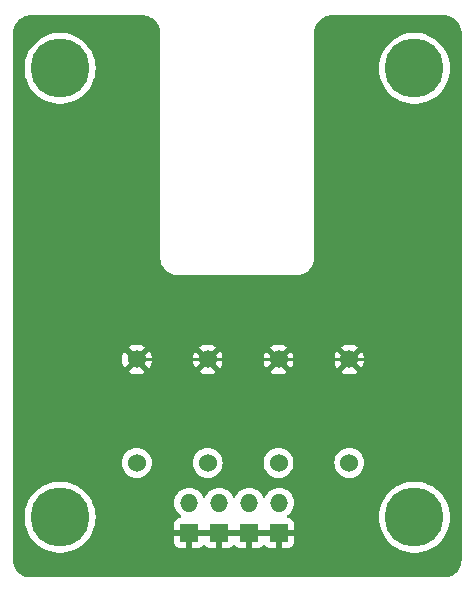
<source format=gbr>
%TF.GenerationSoftware,KiCad,Pcbnew,7.0.9*%
%TF.CreationDate,2025-02-12T23:41:43+09:00*%
%TF.ProjectId,hid_taiko_rp2040_lite,6869645f-7461-4696-9b6f-5f7270323034,rev?*%
%TF.SameCoordinates,Original*%
%TF.FileFunction,Copper,L2,Bot*%
%TF.FilePolarity,Positive*%
%FSLAX46Y46*%
G04 Gerber Fmt 4.6, Leading zero omitted, Abs format (unit mm)*
G04 Created by KiCad (PCBNEW 7.0.9) date 2025-02-12 23:41:43*
%MOMM*%
%LPD*%
G01*
G04 APERTURE LIST*
%TA.AperFunction,ComponentPad*%
%ADD10C,1.524000*%
%TD*%
%TA.AperFunction,ComponentPad*%
%ADD11C,5.000000*%
%TD*%
%TA.AperFunction,ComponentPad*%
%ADD12R,1.524000X1.524000*%
%TD*%
%TA.AperFunction,ComponentPad*%
%ADD13O,1.524000X1.524000*%
%TD*%
%TA.AperFunction,ViaPad*%
%ADD14C,0.800000*%
%TD*%
%TA.AperFunction,Conductor*%
%ADD15C,0.250000*%
%TD*%
G04 APERTURE END LIST*
D10*
%TO.P,U6,1,1*%
%TO.N,Net-(U2-3_b)*%
X149500000Y-77400000D03*
%TO.P,U6,2,2*%
%TO.N,Net-(U3-GND)*%
X149500000Y-68650000D03*
%TD*%
D11*
%TO.P,J2,1*%
%TO.N,N/C*%
X131000000Y-44000000D03*
%TD*%
%TO.P,J2,1*%
%TO.N,N/C*%
X161000000Y-44000000D03*
%TD*%
%TO.P,J2,1*%
%TO.N,N/C*%
X161000000Y-82000000D03*
%TD*%
D12*
%TO.P,U2,1,1*%
%TO.N,Net-(U3-GND)*%
X141930000Y-83320000D03*
%TO.P,U2,2,2*%
X144470000Y-83320000D03*
%TO.P,U2,3,3*%
X147010000Y-83320000D03*
%TO.P,U2,4,4*%
X149550000Y-83320000D03*
D13*
%TO.P,U2,5,1_b*%
%TO.N,Net-(U2-1_b)*%
X141930000Y-80780000D03*
%TO.P,U2,6,2_b*%
%TO.N,Net-(U2-2_b)*%
X144470000Y-80780000D03*
%TO.P,U2,7,3_b*%
%TO.N,Net-(U2-3_b)*%
X147010000Y-80780000D03*
%TO.P,U2,8,4_b*%
%TO.N,Net-(U2-4_b)*%
X149550000Y-80780000D03*
%TD*%
D10*
%TO.P,U8,1,1*%
%TO.N,Net-(U2-1_b)*%
X137500000Y-77400000D03*
%TO.P,U8,2,2*%
%TO.N,Net-(U3-GND)*%
X137500000Y-68650000D03*
%TD*%
%TO.P,U7,1,1*%
%TO.N,Net-(U2-2_b)*%
X143500000Y-77400000D03*
%TO.P,U7,2,2*%
%TO.N,Net-(U3-GND)*%
X143500000Y-68650000D03*
%TD*%
D11*
%TO.P,J2,1*%
%TO.N,N/C*%
X131000000Y-82000000D03*
%TD*%
D10*
%TO.P,U5,1,1*%
%TO.N,Net-(U2-4_b)*%
X155500000Y-77400000D03*
%TO.P,U5,2,2*%
%TO.N,Net-(U3-GND)*%
X155500000Y-68650000D03*
%TD*%
D14*
%TO.N,Net-(U3-GND)*%
X143000000Y-85000000D03*
X152000000Y-75000000D03*
X136500000Y-45000000D03*
X137000000Y-80000000D03*
X158000000Y-41000000D03*
X157000000Y-79000000D03*
X137000000Y-71000000D03*
X154000000Y-79000000D03*
X143000000Y-74000000D03*
X164000000Y-41000000D03*
X135000000Y-75000000D03*
X135000000Y-85000000D03*
X156000000Y-85000000D03*
X152000000Y-85000000D03*
X157000000Y-75000000D03*
X133000000Y-63000000D03*
X128000000Y-63000000D03*
X141000000Y-71000000D03*
X140000000Y-74000000D03*
X148000000Y-72000000D03*
X152000000Y-81000000D03*
X162000000Y-57000000D03*
X154000000Y-66000000D03*
X146000000Y-76000000D03*
X162000000Y-71000000D03*
X135000000Y-65000000D03*
X128000000Y-69000000D03*
X133000000Y-51000000D03*
X128000000Y-61000000D03*
X130000000Y-48000000D03*
X162000000Y-51000000D03*
X162000000Y-64000000D03*
X140000000Y-85000000D03*
X156000000Y-72000000D03*
X157000000Y-71000000D03*
X133000000Y-70000000D03*
X133000000Y-65000000D03*
X128000000Y-65000000D03*
X128000000Y-53000000D03*
X150000000Y-72000000D03*
X138000000Y-84000000D03*
X128000000Y-41000000D03*
X162000000Y-77000000D03*
X128000000Y-75000000D03*
X149000000Y-85000000D03*
X128000000Y-55000000D03*
X133000000Y-61000000D03*
X128000000Y-51000000D03*
X146000000Y-85000000D03*
X157000000Y-66000000D03*
X128000000Y-49000000D03*
X128000000Y-77000000D03*
X147000000Y-70000000D03*
X137000000Y-66000000D03*
X134000000Y-41000000D03*
X164000000Y-48000000D03*
X128000000Y-57000000D03*
X139000000Y-82000000D03*
X131000000Y-78000000D03*
X136000000Y-82000000D03*
X128000000Y-71000000D03*
X154000000Y-82000000D03*
X128000000Y-67000000D03*
X134000000Y-73000000D03*
X128000000Y-73000000D03*
X128000000Y-59000000D03*
X133000000Y-59000000D03*
%TD*%
D15*
%TO.N,Net-(U3-GND)*%
X135500000Y-45000000D02*
X136500000Y-45000000D01*
X155500000Y-68650000D02*
X149500000Y-68650000D01*
X154680000Y-83320000D02*
X158500000Y-79500000D01*
X143500000Y-68650000D02*
X137500000Y-68650000D01*
X149500000Y-68650000D02*
X143500000Y-68650000D01*
X138820000Y-83320000D02*
X130000000Y-74500000D01*
X157650000Y-68650000D02*
X155500000Y-68650000D01*
X141930000Y-83320000D02*
X138820000Y-83320000D01*
X149550000Y-83320000D02*
X154680000Y-83320000D01*
X130000000Y-50500000D02*
X135500000Y-45000000D01*
X130000000Y-74500000D02*
X130000000Y-50500000D01*
X158500000Y-79500000D02*
X158500000Y-69500000D01*
X158500000Y-69500000D02*
X157650000Y-68650000D01*
%TD*%
%TA.AperFunction,Conductor*%
%TO.N,Net-(U3-GND)*%
G36*
X143926441Y-83207047D02*
G01*
X143916123Y-83357886D01*
X143946884Y-83505915D01*
X143980090Y-83570000D01*
X142424852Y-83570000D01*
X142473559Y-83432953D01*
X142483877Y-83282114D01*
X142453116Y-83134085D01*
X142419910Y-83070000D01*
X143975148Y-83070000D01*
X143926441Y-83207047D01*
G37*
%TD.AperFunction*%
%TA.AperFunction,Conductor*%
G36*
X146466441Y-83207047D02*
G01*
X146456123Y-83357886D01*
X146486884Y-83505915D01*
X146520090Y-83570000D01*
X144964852Y-83570000D01*
X145013559Y-83432953D01*
X145023877Y-83282114D01*
X144993116Y-83134085D01*
X144959910Y-83070000D01*
X146515148Y-83070000D01*
X146466441Y-83207047D01*
G37*
%TD.AperFunction*%
%TA.AperFunction,Conductor*%
G36*
X149006441Y-83207047D02*
G01*
X148996123Y-83357886D01*
X149026884Y-83505915D01*
X149060090Y-83570000D01*
X147504852Y-83570000D01*
X147553559Y-83432953D01*
X147563877Y-83282114D01*
X147533116Y-83134085D01*
X147499910Y-83070000D01*
X149055148Y-83070000D01*
X149006441Y-83207047D01*
G37*
%TD.AperFunction*%
%TA.AperFunction,Conductor*%
G36*
X138002207Y-39500657D02*
G01*
X138069755Y-39505489D01*
X138216644Y-39517049D01*
X138224947Y-39518274D01*
X138319760Y-39538899D01*
X138436225Y-39566860D01*
X138443401Y-39569051D01*
X138539737Y-39604983D01*
X138617922Y-39637368D01*
X138645856Y-39648939D01*
X138651847Y-39651805D01*
X138742937Y-39701543D01*
X138745580Y-39703073D01*
X138840903Y-39761488D01*
X138845643Y-39764705D01*
X138929440Y-39827435D01*
X138932520Y-39829898D01*
X139016937Y-39901997D01*
X139020513Y-39905303D01*
X139094695Y-39979485D01*
X139098001Y-39983061D01*
X139170094Y-40067471D01*
X139172576Y-40070574D01*
X139235289Y-40154349D01*
X139238521Y-40159111D01*
X139296910Y-40254393D01*
X139298463Y-40257076D01*
X139348193Y-40348151D01*
X139351059Y-40354141D01*
X139395016Y-40460260D01*
X139430942Y-40556582D01*
X139433140Y-40563781D01*
X139461098Y-40680231D01*
X139481723Y-40775044D01*
X139482950Y-40783367D01*
X139494517Y-40930331D01*
X139499342Y-40997789D01*
X139499500Y-41002213D01*
X139499500Y-60107317D01*
X139530044Y-60319764D01*
X139530047Y-60319774D01*
X139590517Y-60525715D01*
X139679672Y-60720938D01*
X139679679Y-60720951D01*
X139795720Y-60901514D01*
X139936275Y-61063724D01*
X140016508Y-61133246D01*
X140098487Y-61204281D01*
X140187460Y-61261460D01*
X140279048Y-61320320D01*
X140279061Y-61320327D01*
X140474284Y-61409482D01*
X140474288Y-61409483D01*
X140474290Y-61409484D01*
X140680231Y-61469954D01*
X140680232Y-61469954D01*
X140680235Y-61469955D01*
X140743584Y-61479062D01*
X140892682Y-61500500D01*
X140892683Y-61500500D01*
X151107317Y-61500500D01*
X151107318Y-61500500D01*
X151277851Y-61475980D01*
X151319764Y-61469955D01*
X151319765Y-61469954D01*
X151319769Y-61469954D01*
X151525710Y-61409484D01*
X151525713Y-61409482D01*
X151525715Y-61409482D01*
X151720938Y-61320327D01*
X151720944Y-61320323D01*
X151720950Y-61320321D01*
X151901513Y-61204281D01*
X152063724Y-61063724D01*
X152204281Y-60901513D01*
X152320321Y-60720950D01*
X152320323Y-60720944D01*
X152320327Y-60720938D01*
X152409482Y-60525715D01*
X152409482Y-60525713D01*
X152409484Y-60525710D01*
X152469954Y-60319769D01*
X152500500Y-60107318D01*
X152500500Y-60000000D01*
X152500500Y-59999500D01*
X152500500Y-44000003D01*
X157994415Y-44000003D01*
X158014738Y-44348927D01*
X158014739Y-44348938D01*
X158075428Y-44693127D01*
X158075430Y-44693134D01*
X158175674Y-45027972D01*
X158314107Y-45348895D01*
X158314113Y-45348908D01*
X158488870Y-45651597D01*
X158697584Y-45931949D01*
X158697589Y-45931955D01*
X158821463Y-46063253D01*
X158937442Y-46186183D01*
X159113903Y-46334251D01*
X159205186Y-46410847D01*
X159205194Y-46410853D01*
X159497203Y-46602911D01*
X159497207Y-46602913D01*
X159809549Y-46759777D01*
X160137989Y-46879319D01*
X160478086Y-46959923D01*
X160825241Y-47000500D01*
X160825248Y-47000500D01*
X161174752Y-47000500D01*
X161174759Y-47000500D01*
X161521914Y-46959923D01*
X161862011Y-46879319D01*
X162190451Y-46759777D01*
X162502793Y-46602913D01*
X162794811Y-46410849D01*
X163062558Y-46186183D01*
X163302412Y-45931953D01*
X163511130Y-45651596D01*
X163685889Y-45348904D01*
X163824326Y-45027971D01*
X163924569Y-44693136D01*
X163985262Y-44348927D01*
X164005585Y-44000000D01*
X163985262Y-43651073D01*
X163985260Y-43651061D01*
X163924571Y-43306872D01*
X163924569Y-43306865D01*
X163824325Y-42972027D01*
X163685892Y-42651104D01*
X163685889Y-42651096D01*
X163511130Y-42348404D01*
X163511129Y-42348402D01*
X163302415Y-42068050D01*
X163302410Y-42068044D01*
X163186433Y-41945117D01*
X163062558Y-41813817D01*
X162914488Y-41689572D01*
X162794813Y-41589152D01*
X162794805Y-41589146D01*
X162502796Y-41397088D01*
X162190458Y-41240226D01*
X162190452Y-41240223D01*
X161862012Y-41120681D01*
X161862009Y-41120680D01*
X161521915Y-41040077D01*
X161478519Y-41035004D01*
X161174759Y-40999500D01*
X160825241Y-40999500D01*
X160521480Y-41035004D01*
X160478085Y-41040077D01*
X160478083Y-41040077D01*
X160137990Y-41120680D01*
X160137987Y-41120681D01*
X159809547Y-41240223D01*
X159809541Y-41240226D01*
X159497203Y-41397088D01*
X159205194Y-41589146D01*
X159205186Y-41589152D01*
X158937442Y-41813817D01*
X158937440Y-41813819D01*
X158697589Y-42068044D01*
X158697584Y-42068050D01*
X158488870Y-42348402D01*
X158314113Y-42651091D01*
X158314107Y-42651104D01*
X158175674Y-42972027D01*
X158075430Y-43306865D01*
X158075428Y-43306872D01*
X158014739Y-43651061D01*
X158014738Y-43651072D01*
X157994415Y-43999996D01*
X157994415Y-44000003D01*
X152500500Y-44000003D01*
X152500500Y-41002212D01*
X152500658Y-40997788D01*
X152505492Y-40930203D01*
X152517049Y-40783360D01*
X152518276Y-40775045D01*
X152518277Y-40775044D01*
X152538902Y-40680231D01*
X152540842Y-40672148D01*
X152566860Y-40563774D01*
X152569051Y-40556598D01*
X152604989Y-40460246D01*
X152648943Y-40354133D01*
X152651797Y-40348167D01*
X152701563Y-40257027D01*
X152703053Y-40254453D01*
X152761500Y-40159075D01*
X152764690Y-40154375D01*
X152827458Y-40070527D01*
X152829873Y-40067508D01*
X152902020Y-39983036D01*
X152905278Y-39979511D01*
X152979511Y-39905278D01*
X152983036Y-39902020D01*
X153067508Y-39829873D01*
X153070527Y-39827458D01*
X153154375Y-39764690D01*
X153159075Y-39761500D01*
X153254453Y-39703053D01*
X153257027Y-39701563D01*
X153348167Y-39651797D01*
X153354133Y-39648943D01*
X153460246Y-39604989D01*
X153556611Y-39569046D01*
X153563764Y-39566863D01*
X153680191Y-39538910D01*
X153775058Y-39518273D01*
X153783351Y-39517050D01*
X153930203Y-39505492D01*
X153997792Y-39500657D01*
X154002213Y-39500500D01*
X163497787Y-39500500D01*
X163502207Y-39500657D01*
X163569755Y-39505489D01*
X163716644Y-39517049D01*
X163724947Y-39518274D01*
X163819760Y-39538899D01*
X163936225Y-39566860D01*
X163943401Y-39569051D01*
X164039737Y-39604983D01*
X164117922Y-39637368D01*
X164145856Y-39648939D01*
X164151847Y-39651805D01*
X164242937Y-39701543D01*
X164245580Y-39703073D01*
X164340903Y-39761488D01*
X164345643Y-39764705D01*
X164429440Y-39827435D01*
X164432520Y-39829898D01*
X164516937Y-39901997D01*
X164520513Y-39905303D01*
X164594695Y-39979485D01*
X164598001Y-39983061D01*
X164670094Y-40067471D01*
X164672576Y-40070574D01*
X164735289Y-40154349D01*
X164738521Y-40159111D01*
X164796910Y-40254393D01*
X164798463Y-40257076D01*
X164848193Y-40348151D01*
X164851059Y-40354141D01*
X164895016Y-40460260D01*
X164930942Y-40556582D01*
X164933140Y-40563781D01*
X164961098Y-40680231D01*
X164981723Y-40775044D01*
X164982950Y-40783367D01*
X164994517Y-40930331D01*
X164999342Y-40997789D01*
X164999500Y-41002213D01*
X164999500Y-85597785D01*
X164999342Y-85602209D01*
X164994520Y-85669626D01*
X164982949Y-85816637D01*
X164981722Y-85824960D01*
X164961107Y-85919727D01*
X164933141Y-86036212D01*
X164930943Y-86043411D01*
X164895019Y-86139730D01*
X164851056Y-86245864D01*
X164848190Y-86251854D01*
X164798469Y-86342912D01*
X164796916Y-86345593D01*
X164738520Y-86440888D01*
X164735288Y-86445651D01*
X164672576Y-86529424D01*
X164670087Y-86532536D01*
X164598001Y-86616937D01*
X164594695Y-86620513D01*
X164520513Y-86694695D01*
X164516937Y-86698001D01*
X164432536Y-86770087D01*
X164429424Y-86772576D01*
X164345651Y-86835288D01*
X164340888Y-86838520D01*
X164245593Y-86896916D01*
X164242912Y-86898469D01*
X164151854Y-86948190D01*
X164145864Y-86951056D01*
X164039730Y-86995019D01*
X163943411Y-87030943D01*
X163936212Y-87033141D01*
X163819727Y-87061107D01*
X163724960Y-87081722D01*
X163716637Y-87082949D01*
X163569626Y-87094520D01*
X163502209Y-87099342D01*
X163497785Y-87099500D01*
X128502214Y-87099500D01*
X128497791Y-87099342D01*
X128470244Y-87097371D01*
X128430373Y-87094520D01*
X128283361Y-87082949D01*
X128275038Y-87081722D01*
X128180272Y-87061107D01*
X128063786Y-87033141D01*
X128056586Y-87030943D01*
X127960269Y-86995019D01*
X127854135Y-86951056D01*
X127848144Y-86948190D01*
X127757086Y-86898469D01*
X127754405Y-86896916D01*
X127659110Y-86838520D01*
X127654347Y-86835288D01*
X127570574Y-86772576D01*
X127567471Y-86770094D01*
X127483061Y-86698001D01*
X127479485Y-86694695D01*
X127405303Y-86620513D01*
X127401997Y-86616937D01*
X127329898Y-86532520D01*
X127327435Y-86529440D01*
X127264701Y-86445638D01*
X127261487Y-86440901D01*
X127203079Y-86345588D01*
X127201546Y-86342943D01*
X127151802Y-86251841D01*
X127148945Y-86245870D01*
X127104980Y-86139730D01*
X127069052Y-86043404D01*
X127066860Y-86036224D01*
X127038900Y-85919764D01*
X127018275Y-85824953D01*
X127017051Y-85816651D01*
X127005480Y-85669626D01*
X127000658Y-85602211D01*
X127000500Y-85597787D01*
X127000500Y-82000003D01*
X127994415Y-82000003D01*
X128014738Y-82348927D01*
X128014739Y-82348938D01*
X128075428Y-82693127D01*
X128075430Y-82693134D01*
X128175674Y-83027972D01*
X128314107Y-83348895D01*
X128314113Y-83348908D01*
X128488870Y-83651597D01*
X128697584Y-83931949D01*
X128697589Y-83931955D01*
X128821463Y-84063253D01*
X128937442Y-84186183D01*
X129101065Y-84323479D01*
X129205186Y-84410847D01*
X129205194Y-84410853D01*
X129497203Y-84602911D01*
X129497207Y-84602913D01*
X129809549Y-84759777D01*
X130137989Y-84879319D01*
X130478086Y-84959923D01*
X130825241Y-85000500D01*
X130825248Y-85000500D01*
X131174752Y-85000500D01*
X131174759Y-85000500D01*
X131521914Y-84959923D01*
X131862011Y-84879319D01*
X132190451Y-84759777D01*
X132502793Y-84602913D01*
X132794811Y-84410849D01*
X133062558Y-84186183D01*
X133302412Y-83931953D01*
X133511130Y-83651596D01*
X133685889Y-83348904D01*
X133824326Y-83027971D01*
X133924569Y-82693136D01*
X133985262Y-82348927D01*
X134005585Y-82000000D01*
X133985262Y-81651073D01*
X133943401Y-81413666D01*
X133924571Y-81306872D01*
X133924569Y-81306865D01*
X133924569Y-81306864D01*
X133824326Y-80972029D01*
X133741494Y-80780002D01*
X140662677Y-80780002D01*
X140681929Y-81000062D01*
X140681930Y-81000070D01*
X140739104Y-81213445D01*
X140739105Y-81213447D01*
X140739106Y-81213450D01*
X140782666Y-81306865D01*
X140832466Y-81413662D01*
X140832468Y-81413666D01*
X140959170Y-81594615D01*
X140959175Y-81594621D01*
X141115378Y-81750824D01*
X141115384Y-81750829D01*
X141231915Y-81832425D01*
X141275540Y-81887002D01*
X141282734Y-81956500D01*
X141251211Y-82018855D01*
X141190981Y-82054269D01*
X141160792Y-82058000D01*
X141120155Y-82058000D01*
X141060627Y-82064401D01*
X141060620Y-82064403D01*
X140925913Y-82114645D01*
X140925906Y-82114649D01*
X140810812Y-82200809D01*
X140810809Y-82200812D01*
X140724649Y-82315906D01*
X140724645Y-82315913D01*
X140674403Y-82450620D01*
X140674401Y-82450627D01*
X140668000Y-82510155D01*
X140668000Y-83070000D01*
X141435148Y-83070000D01*
X141386441Y-83207047D01*
X141376123Y-83357886D01*
X141406884Y-83505915D01*
X141440090Y-83570000D01*
X140668000Y-83570000D01*
X140668000Y-84129844D01*
X140674401Y-84189372D01*
X140674403Y-84189379D01*
X140724645Y-84324086D01*
X140724649Y-84324093D01*
X140810809Y-84439187D01*
X140810812Y-84439190D01*
X140925906Y-84525350D01*
X140925913Y-84525354D01*
X141060620Y-84575596D01*
X141060627Y-84575598D01*
X141120155Y-84581999D01*
X141120172Y-84582000D01*
X141680000Y-84582000D01*
X141680000Y-83811683D01*
X141708819Y-83829209D01*
X141854404Y-83870000D01*
X141967622Y-83870000D01*
X142079783Y-83854584D01*
X142180000Y-83811053D01*
X142180000Y-84582000D01*
X142739828Y-84582000D01*
X142739844Y-84581999D01*
X142799372Y-84575598D01*
X142799379Y-84575596D01*
X142934086Y-84525354D01*
X142934093Y-84525350D01*
X143049186Y-84439191D01*
X143100733Y-84370334D01*
X143156667Y-84328463D01*
X143226359Y-84323479D01*
X143287682Y-84356964D01*
X143299267Y-84370334D01*
X143350813Y-84439191D01*
X143465906Y-84525350D01*
X143465913Y-84525354D01*
X143600620Y-84575596D01*
X143600627Y-84575598D01*
X143660155Y-84581999D01*
X143660172Y-84582000D01*
X144220000Y-84582000D01*
X144220000Y-83811683D01*
X144248819Y-83829209D01*
X144394404Y-83870000D01*
X144507622Y-83870000D01*
X144619783Y-83854584D01*
X144720000Y-83811053D01*
X144720000Y-84582000D01*
X145279828Y-84582000D01*
X145279844Y-84581999D01*
X145339372Y-84575598D01*
X145339379Y-84575596D01*
X145474086Y-84525354D01*
X145474093Y-84525350D01*
X145589186Y-84439191D01*
X145640733Y-84370334D01*
X145696667Y-84328463D01*
X145766359Y-84323479D01*
X145827682Y-84356964D01*
X145839267Y-84370334D01*
X145890813Y-84439191D01*
X146005906Y-84525350D01*
X146005913Y-84525354D01*
X146140620Y-84575596D01*
X146140627Y-84575598D01*
X146200155Y-84581999D01*
X146200172Y-84582000D01*
X146760000Y-84582000D01*
X146760000Y-83811683D01*
X146788819Y-83829209D01*
X146934404Y-83870000D01*
X147047622Y-83870000D01*
X147159783Y-83854584D01*
X147260000Y-83811053D01*
X147260000Y-84582000D01*
X147819828Y-84582000D01*
X147819844Y-84581999D01*
X147879372Y-84575598D01*
X147879379Y-84575596D01*
X148014086Y-84525354D01*
X148014093Y-84525350D01*
X148129186Y-84439191D01*
X148180733Y-84370334D01*
X148236667Y-84328463D01*
X148306359Y-84323479D01*
X148367682Y-84356964D01*
X148379267Y-84370334D01*
X148430813Y-84439191D01*
X148545906Y-84525350D01*
X148545913Y-84525354D01*
X148680620Y-84575596D01*
X148680627Y-84575598D01*
X148740155Y-84581999D01*
X148740172Y-84582000D01*
X149300000Y-84582000D01*
X149300000Y-83811683D01*
X149328819Y-83829209D01*
X149474404Y-83870000D01*
X149587622Y-83870000D01*
X149699783Y-83854584D01*
X149800000Y-83811053D01*
X149800000Y-84582000D01*
X150359828Y-84582000D01*
X150359844Y-84581999D01*
X150419372Y-84575598D01*
X150419379Y-84575596D01*
X150554086Y-84525354D01*
X150554093Y-84525350D01*
X150669187Y-84439190D01*
X150669190Y-84439187D01*
X150755350Y-84324093D01*
X150755354Y-84324086D01*
X150805596Y-84189379D01*
X150805598Y-84189372D01*
X150811999Y-84129844D01*
X150812000Y-84129827D01*
X150812000Y-83570000D01*
X150044852Y-83570000D01*
X150093559Y-83432953D01*
X150103877Y-83282114D01*
X150073116Y-83134085D01*
X150039910Y-83070000D01*
X150812000Y-83070000D01*
X150812000Y-82510172D01*
X150811999Y-82510155D01*
X150805598Y-82450627D01*
X150805596Y-82450620D01*
X150755354Y-82315913D01*
X150755350Y-82315906D01*
X150669190Y-82200812D01*
X150669187Y-82200809D01*
X150554093Y-82114649D01*
X150554086Y-82114645D01*
X150419379Y-82064403D01*
X150419372Y-82064401D01*
X150359844Y-82058000D01*
X150319208Y-82058000D01*
X150252169Y-82038315D01*
X150218971Y-82000003D01*
X157994415Y-82000003D01*
X158014738Y-82348927D01*
X158014739Y-82348938D01*
X158075428Y-82693127D01*
X158075430Y-82693134D01*
X158175674Y-83027972D01*
X158314107Y-83348895D01*
X158314113Y-83348908D01*
X158488870Y-83651597D01*
X158697584Y-83931949D01*
X158697589Y-83931955D01*
X158821463Y-84063253D01*
X158937442Y-84186183D01*
X159101065Y-84323479D01*
X159205186Y-84410847D01*
X159205194Y-84410853D01*
X159497203Y-84602911D01*
X159497207Y-84602913D01*
X159809549Y-84759777D01*
X160137989Y-84879319D01*
X160478086Y-84959923D01*
X160825241Y-85000500D01*
X160825248Y-85000500D01*
X161174752Y-85000500D01*
X161174759Y-85000500D01*
X161521914Y-84959923D01*
X161862011Y-84879319D01*
X162190451Y-84759777D01*
X162502793Y-84602913D01*
X162794811Y-84410849D01*
X163062558Y-84186183D01*
X163302412Y-83931953D01*
X163511130Y-83651596D01*
X163685889Y-83348904D01*
X163824326Y-83027971D01*
X163924569Y-82693136D01*
X163985262Y-82348927D01*
X164005585Y-82000000D01*
X163985262Y-81651073D01*
X163943401Y-81413666D01*
X163924571Y-81306872D01*
X163924569Y-81306865D01*
X163924569Y-81306864D01*
X163824326Y-80972029D01*
X163685889Y-80651096D01*
X163511130Y-80348404D01*
X163509750Y-80346550D01*
X163302415Y-80068050D01*
X163302410Y-80068044D01*
X163186433Y-79945117D01*
X163062558Y-79813817D01*
X162906020Y-79682466D01*
X162794813Y-79589152D01*
X162794805Y-79589146D01*
X162502796Y-79397088D01*
X162190458Y-79240226D01*
X162190452Y-79240223D01*
X161862012Y-79120681D01*
X161862009Y-79120680D01*
X161521915Y-79040077D01*
X161478519Y-79035004D01*
X161174759Y-78999500D01*
X160825241Y-78999500D01*
X160521480Y-79035004D01*
X160478085Y-79040077D01*
X160478083Y-79040077D01*
X160137990Y-79120680D01*
X160137987Y-79120681D01*
X159809547Y-79240223D01*
X159809541Y-79240226D01*
X159497203Y-79397088D01*
X159205194Y-79589146D01*
X159205186Y-79589152D01*
X158937442Y-79813817D01*
X158937440Y-79813819D01*
X158697589Y-80068044D01*
X158697584Y-80068050D01*
X158488870Y-80348402D01*
X158314113Y-80651091D01*
X158314107Y-80651104D01*
X158175674Y-80972027D01*
X158075430Y-81306865D01*
X158075428Y-81306872D01*
X158014739Y-81651061D01*
X158014738Y-81651072D01*
X157994415Y-81999996D01*
X157994415Y-82000003D01*
X150218971Y-82000003D01*
X150206414Y-81985511D01*
X150196470Y-81916353D01*
X150225495Y-81852797D01*
X150248085Y-81832425D01*
X150300864Y-81795468D01*
X150364620Y-81750826D01*
X150520826Y-81594620D01*
X150647534Y-81413662D01*
X150740894Y-81213450D01*
X150798070Y-81000068D01*
X150817323Y-80780000D01*
X150798070Y-80559932D01*
X150740894Y-80346550D01*
X150647534Y-80146339D01*
X150520826Y-79965380D01*
X150364620Y-79809174D01*
X150364616Y-79809171D01*
X150364615Y-79809170D01*
X150183666Y-79682468D01*
X150183662Y-79682466D01*
X150183660Y-79682465D01*
X149983450Y-79589106D01*
X149983447Y-79589105D01*
X149983445Y-79589104D01*
X149770070Y-79531930D01*
X149770062Y-79531929D01*
X149550002Y-79512677D01*
X149549998Y-79512677D01*
X149329937Y-79531929D01*
X149329929Y-79531930D01*
X149116554Y-79589104D01*
X149116550Y-79589106D01*
X149116451Y-79589152D01*
X148916340Y-79682465D01*
X148916338Y-79682466D01*
X148735377Y-79809175D01*
X148579175Y-79965377D01*
X148452466Y-80146338D01*
X148452465Y-80146340D01*
X148392382Y-80275189D01*
X148346209Y-80327628D01*
X148279016Y-80346780D01*
X148212135Y-80326564D01*
X148167618Y-80275189D01*
X148107534Y-80146340D01*
X148107533Y-80146338D01*
X147980827Y-79965381D01*
X147980823Y-79965377D01*
X147824620Y-79809174D01*
X147824616Y-79809171D01*
X147824615Y-79809170D01*
X147643666Y-79682468D01*
X147643662Y-79682466D01*
X147643660Y-79682465D01*
X147443450Y-79589106D01*
X147443447Y-79589105D01*
X147443445Y-79589104D01*
X147230070Y-79531930D01*
X147230062Y-79531929D01*
X147010002Y-79512677D01*
X147009998Y-79512677D01*
X146789937Y-79531929D01*
X146789929Y-79531930D01*
X146576554Y-79589104D01*
X146576550Y-79589106D01*
X146576451Y-79589152D01*
X146376340Y-79682465D01*
X146376338Y-79682466D01*
X146195377Y-79809175D01*
X146039175Y-79965377D01*
X145912466Y-80146338D01*
X145912465Y-80146340D01*
X145852382Y-80275189D01*
X145806209Y-80327628D01*
X145739016Y-80346780D01*
X145672135Y-80326564D01*
X145627618Y-80275189D01*
X145567534Y-80146340D01*
X145567533Y-80146338D01*
X145440827Y-79965381D01*
X145440823Y-79965377D01*
X145284620Y-79809174D01*
X145284616Y-79809171D01*
X145284615Y-79809170D01*
X145103666Y-79682468D01*
X145103662Y-79682466D01*
X145103660Y-79682465D01*
X144903450Y-79589106D01*
X144903447Y-79589105D01*
X144903445Y-79589104D01*
X144690070Y-79531930D01*
X144690062Y-79531929D01*
X144470002Y-79512677D01*
X144469998Y-79512677D01*
X144249937Y-79531929D01*
X144249929Y-79531930D01*
X144036554Y-79589104D01*
X144036550Y-79589106D01*
X144036451Y-79589152D01*
X143836340Y-79682465D01*
X143836338Y-79682466D01*
X143655377Y-79809175D01*
X143499175Y-79965377D01*
X143372466Y-80146338D01*
X143372465Y-80146340D01*
X143312382Y-80275189D01*
X143266209Y-80327628D01*
X143199016Y-80346780D01*
X143132135Y-80326564D01*
X143087618Y-80275189D01*
X143027534Y-80146340D01*
X143027533Y-80146338D01*
X142900827Y-79965381D01*
X142900823Y-79965377D01*
X142744620Y-79809174D01*
X142744616Y-79809171D01*
X142744615Y-79809170D01*
X142563666Y-79682468D01*
X142563662Y-79682466D01*
X142563660Y-79682465D01*
X142363450Y-79589106D01*
X142363447Y-79589105D01*
X142363445Y-79589104D01*
X142150070Y-79531930D01*
X142150062Y-79531929D01*
X141930002Y-79512677D01*
X141929998Y-79512677D01*
X141709937Y-79531929D01*
X141709929Y-79531930D01*
X141496554Y-79589104D01*
X141496550Y-79589106D01*
X141496451Y-79589152D01*
X141296340Y-79682465D01*
X141296338Y-79682466D01*
X141115377Y-79809175D01*
X140959175Y-79965377D01*
X140832466Y-80146338D01*
X140832465Y-80146340D01*
X140739107Y-80346548D01*
X140739104Y-80346554D01*
X140681930Y-80559929D01*
X140681929Y-80559937D01*
X140662677Y-80779997D01*
X140662677Y-80780002D01*
X133741494Y-80780002D01*
X133685889Y-80651096D01*
X133511130Y-80348404D01*
X133509750Y-80346550D01*
X133302415Y-80068050D01*
X133302410Y-80068044D01*
X133186433Y-79945117D01*
X133062558Y-79813817D01*
X132906020Y-79682466D01*
X132794813Y-79589152D01*
X132794805Y-79589146D01*
X132502796Y-79397088D01*
X132190458Y-79240226D01*
X132190452Y-79240223D01*
X131862012Y-79120681D01*
X131862009Y-79120680D01*
X131521915Y-79040077D01*
X131478519Y-79035004D01*
X131174759Y-78999500D01*
X130825241Y-78999500D01*
X130521480Y-79035004D01*
X130478085Y-79040077D01*
X130478083Y-79040077D01*
X130137990Y-79120680D01*
X130137987Y-79120681D01*
X129809547Y-79240223D01*
X129809541Y-79240226D01*
X129497203Y-79397088D01*
X129205194Y-79589146D01*
X129205186Y-79589152D01*
X128937442Y-79813817D01*
X128937440Y-79813819D01*
X128697589Y-80068044D01*
X128697584Y-80068050D01*
X128488870Y-80348402D01*
X128314113Y-80651091D01*
X128314107Y-80651104D01*
X128175674Y-80972027D01*
X128075430Y-81306865D01*
X128075428Y-81306872D01*
X128014739Y-81651061D01*
X128014738Y-81651072D01*
X127994415Y-81999996D01*
X127994415Y-82000003D01*
X127000500Y-82000003D01*
X127000500Y-77400002D01*
X136232677Y-77400002D01*
X136251929Y-77620062D01*
X136251930Y-77620070D01*
X136309104Y-77833445D01*
X136309105Y-77833447D01*
X136309106Y-77833450D01*
X136402466Y-78033662D01*
X136402468Y-78033666D01*
X136529170Y-78214615D01*
X136529175Y-78214621D01*
X136685378Y-78370824D01*
X136685384Y-78370829D01*
X136866333Y-78497531D01*
X136866335Y-78497532D01*
X136866338Y-78497534D01*
X137066550Y-78590894D01*
X137279932Y-78648070D01*
X137437123Y-78661822D01*
X137499998Y-78667323D01*
X137500000Y-78667323D01*
X137500002Y-78667323D01*
X137555017Y-78662509D01*
X137720068Y-78648070D01*
X137933450Y-78590894D01*
X138133662Y-78497534D01*
X138314620Y-78370826D01*
X138470826Y-78214620D01*
X138597534Y-78033662D01*
X138690894Y-77833450D01*
X138748070Y-77620068D01*
X138767323Y-77400002D01*
X142232677Y-77400002D01*
X142251929Y-77620062D01*
X142251930Y-77620070D01*
X142309104Y-77833445D01*
X142309105Y-77833447D01*
X142309106Y-77833450D01*
X142402466Y-78033662D01*
X142402468Y-78033666D01*
X142529170Y-78214615D01*
X142529175Y-78214621D01*
X142685378Y-78370824D01*
X142685384Y-78370829D01*
X142866333Y-78497531D01*
X142866335Y-78497532D01*
X142866338Y-78497534D01*
X143066550Y-78590894D01*
X143279932Y-78648070D01*
X143437123Y-78661822D01*
X143499998Y-78667323D01*
X143500000Y-78667323D01*
X143500002Y-78667323D01*
X143555017Y-78662509D01*
X143720068Y-78648070D01*
X143933450Y-78590894D01*
X144133662Y-78497534D01*
X144314620Y-78370826D01*
X144470826Y-78214620D01*
X144597534Y-78033662D01*
X144690894Y-77833450D01*
X144748070Y-77620068D01*
X144767323Y-77400002D01*
X148232677Y-77400002D01*
X148251929Y-77620062D01*
X148251930Y-77620070D01*
X148309104Y-77833445D01*
X148309105Y-77833447D01*
X148309106Y-77833450D01*
X148402466Y-78033662D01*
X148402468Y-78033666D01*
X148529170Y-78214615D01*
X148529175Y-78214621D01*
X148685378Y-78370824D01*
X148685384Y-78370829D01*
X148866333Y-78497531D01*
X148866335Y-78497532D01*
X148866338Y-78497534D01*
X149066550Y-78590894D01*
X149279932Y-78648070D01*
X149437123Y-78661822D01*
X149499998Y-78667323D01*
X149500000Y-78667323D01*
X149500002Y-78667323D01*
X149555017Y-78662509D01*
X149720068Y-78648070D01*
X149933450Y-78590894D01*
X150133662Y-78497534D01*
X150314620Y-78370826D01*
X150470826Y-78214620D01*
X150597534Y-78033662D01*
X150690894Y-77833450D01*
X150748070Y-77620068D01*
X150767323Y-77400002D01*
X154232677Y-77400002D01*
X154251929Y-77620062D01*
X154251930Y-77620070D01*
X154309104Y-77833445D01*
X154309105Y-77833447D01*
X154309106Y-77833450D01*
X154402466Y-78033662D01*
X154402468Y-78033666D01*
X154529170Y-78214615D01*
X154529175Y-78214621D01*
X154685378Y-78370824D01*
X154685384Y-78370829D01*
X154866333Y-78497531D01*
X154866335Y-78497532D01*
X154866338Y-78497534D01*
X155066550Y-78590894D01*
X155279932Y-78648070D01*
X155437123Y-78661822D01*
X155499998Y-78667323D01*
X155500000Y-78667323D01*
X155500002Y-78667323D01*
X155555017Y-78662509D01*
X155720068Y-78648070D01*
X155933450Y-78590894D01*
X156133662Y-78497534D01*
X156314620Y-78370826D01*
X156470826Y-78214620D01*
X156597534Y-78033662D01*
X156690894Y-77833450D01*
X156748070Y-77620068D01*
X156767323Y-77400000D01*
X156748070Y-77179932D01*
X156690894Y-76966550D01*
X156597534Y-76766339D01*
X156470826Y-76585380D01*
X156314620Y-76429174D01*
X156314616Y-76429171D01*
X156314615Y-76429170D01*
X156133666Y-76302468D01*
X156133662Y-76302466D01*
X156133660Y-76302465D01*
X155933450Y-76209106D01*
X155933447Y-76209105D01*
X155933445Y-76209104D01*
X155720070Y-76151930D01*
X155720062Y-76151929D01*
X155500002Y-76132677D01*
X155499998Y-76132677D01*
X155279937Y-76151929D01*
X155279929Y-76151930D01*
X155066554Y-76209104D01*
X155066548Y-76209107D01*
X154866340Y-76302465D01*
X154866338Y-76302466D01*
X154685377Y-76429175D01*
X154529175Y-76585377D01*
X154402466Y-76766338D01*
X154402465Y-76766340D01*
X154309107Y-76966548D01*
X154309104Y-76966554D01*
X154251930Y-77179929D01*
X154251929Y-77179937D01*
X154232677Y-77399997D01*
X154232677Y-77400002D01*
X150767323Y-77400002D01*
X150767323Y-77400000D01*
X150748070Y-77179932D01*
X150690894Y-76966550D01*
X150597534Y-76766339D01*
X150470826Y-76585380D01*
X150314620Y-76429174D01*
X150314616Y-76429171D01*
X150314615Y-76429170D01*
X150133666Y-76302468D01*
X150133662Y-76302466D01*
X150133660Y-76302465D01*
X149933450Y-76209106D01*
X149933447Y-76209105D01*
X149933445Y-76209104D01*
X149720070Y-76151930D01*
X149720062Y-76151929D01*
X149500002Y-76132677D01*
X149499998Y-76132677D01*
X149279937Y-76151929D01*
X149279929Y-76151930D01*
X149066554Y-76209104D01*
X149066548Y-76209107D01*
X148866340Y-76302465D01*
X148866338Y-76302466D01*
X148685377Y-76429175D01*
X148529175Y-76585377D01*
X148402466Y-76766338D01*
X148402465Y-76766340D01*
X148309107Y-76966548D01*
X148309104Y-76966554D01*
X148251930Y-77179929D01*
X148251929Y-77179937D01*
X148232677Y-77399997D01*
X148232677Y-77400002D01*
X144767323Y-77400002D01*
X144767323Y-77400000D01*
X144748070Y-77179932D01*
X144690894Y-76966550D01*
X144597534Y-76766339D01*
X144470826Y-76585380D01*
X144314620Y-76429174D01*
X144314616Y-76429171D01*
X144314615Y-76429170D01*
X144133666Y-76302468D01*
X144133662Y-76302466D01*
X144133660Y-76302465D01*
X143933450Y-76209106D01*
X143933447Y-76209105D01*
X143933445Y-76209104D01*
X143720070Y-76151930D01*
X143720062Y-76151929D01*
X143500002Y-76132677D01*
X143499998Y-76132677D01*
X143279937Y-76151929D01*
X143279929Y-76151930D01*
X143066554Y-76209104D01*
X143066548Y-76209107D01*
X142866340Y-76302465D01*
X142866338Y-76302466D01*
X142685377Y-76429175D01*
X142529175Y-76585377D01*
X142402466Y-76766338D01*
X142402465Y-76766340D01*
X142309107Y-76966548D01*
X142309104Y-76966554D01*
X142251930Y-77179929D01*
X142251929Y-77179937D01*
X142232677Y-77399997D01*
X142232677Y-77400002D01*
X138767323Y-77400002D01*
X138767323Y-77400000D01*
X138748070Y-77179932D01*
X138690894Y-76966550D01*
X138597534Y-76766339D01*
X138470826Y-76585380D01*
X138314620Y-76429174D01*
X138314616Y-76429171D01*
X138314615Y-76429170D01*
X138133666Y-76302468D01*
X138133662Y-76302466D01*
X138133660Y-76302465D01*
X137933450Y-76209106D01*
X137933447Y-76209105D01*
X137933445Y-76209104D01*
X137720070Y-76151930D01*
X137720062Y-76151929D01*
X137500002Y-76132677D01*
X137499998Y-76132677D01*
X137279937Y-76151929D01*
X137279929Y-76151930D01*
X137066554Y-76209104D01*
X137066548Y-76209107D01*
X136866340Y-76302465D01*
X136866338Y-76302466D01*
X136685377Y-76429175D01*
X136529175Y-76585377D01*
X136402466Y-76766338D01*
X136402465Y-76766340D01*
X136309107Y-76966548D01*
X136309104Y-76966554D01*
X136251930Y-77179929D01*
X136251929Y-77179937D01*
X136232677Y-77399997D01*
X136232677Y-77400002D01*
X127000500Y-77400002D01*
X127000500Y-68650000D01*
X136233179Y-68650000D01*
X136252424Y-68869976D01*
X136252426Y-68869986D01*
X136309575Y-69083270D01*
X136309580Y-69083284D01*
X136402899Y-69283407D01*
X136402900Y-69283409D01*
X136448258Y-69348187D01*
X137115096Y-68681349D01*
X137115051Y-68681898D01*
X137146266Y-68805162D01*
X137215813Y-68911612D01*
X137316157Y-68989713D01*
X137436422Y-69031000D01*
X137472553Y-69031000D01*
X136801811Y-69701741D01*
X136866582Y-69747094D01*
X136866592Y-69747100D01*
X137066715Y-69840419D01*
X137066729Y-69840424D01*
X137280013Y-69897573D01*
X137280023Y-69897575D01*
X137499999Y-69916821D01*
X137500001Y-69916821D01*
X137719976Y-69897575D01*
X137719986Y-69897573D01*
X137933270Y-69840424D01*
X137933284Y-69840419D01*
X138133408Y-69747100D01*
X138133420Y-69747093D01*
X138198186Y-69701742D01*
X138198187Y-69701740D01*
X137527448Y-69031000D01*
X137531569Y-69031000D01*
X137625421Y-69015339D01*
X137737251Y-68954820D01*
X137823371Y-68861269D01*
X137874448Y-68744823D01*
X137880105Y-68676552D01*
X138551740Y-69348187D01*
X138551742Y-69348186D01*
X138597093Y-69283420D01*
X138597100Y-69283408D01*
X138690419Y-69083284D01*
X138690424Y-69083270D01*
X138747573Y-68869986D01*
X138747575Y-68869976D01*
X138766821Y-68650000D01*
X142233179Y-68650000D01*
X142252424Y-68869976D01*
X142252426Y-68869986D01*
X142309575Y-69083270D01*
X142309580Y-69083284D01*
X142402899Y-69283407D01*
X142402900Y-69283409D01*
X142448258Y-69348187D01*
X143115096Y-68681349D01*
X143115051Y-68681898D01*
X143146266Y-68805162D01*
X143215813Y-68911612D01*
X143316157Y-68989713D01*
X143436422Y-69031000D01*
X143472553Y-69031000D01*
X142801811Y-69701741D01*
X142866582Y-69747094D01*
X142866592Y-69747100D01*
X143066715Y-69840419D01*
X143066729Y-69840424D01*
X143280013Y-69897573D01*
X143280023Y-69897575D01*
X143499999Y-69916821D01*
X143500001Y-69916821D01*
X143719976Y-69897575D01*
X143719986Y-69897573D01*
X143933270Y-69840424D01*
X143933284Y-69840419D01*
X144133408Y-69747100D01*
X144133420Y-69747093D01*
X144198186Y-69701742D01*
X144198187Y-69701740D01*
X143527448Y-69031000D01*
X143531569Y-69031000D01*
X143625421Y-69015339D01*
X143737251Y-68954820D01*
X143823371Y-68861269D01*
X143874448Y-68744823D01*
X143880105Y-68676552D01*
X144551740Y-69348187D01*
X144551742Y-69348186D01*
X144597093Y-69283420D01*
X144597100Y-69283408D01*
X144690419Y-69083284D01*
X144690424Y-69083270D01*
X144747573Y-68869986D01*
X144747575Y-68869976D01*
X144766821Y-68650000D01*
X148233179Y-68650000D01*
X148252424Y-68869976D01*
X148252426Y-68869986D01*
X148309575Y-69083270D01*
X148309580Y-69083284D01*
X148402899Y-69283407D01*
X148402900Y-69283409D01*
X148448258Y-69348187D01*
X149115096Y-68681349D01*
X149115051Y-68681898D01*
X149146266Y-68805162D01*
X149215813Y-68911612D01*
X149316157Y-68989713D01*
X149436422Y-69031000D01*
X149472553Y-69031000D01*
X148801811Y-69701741D01*
X148866582Y-69747094D01*
X148866592Y-69747100D01*
X149066715Y-69840419D01*
X149066729Y-69840424D01*
X149280013Y-69897573D01*
X149280023Y-69897575D01*
X149499999Y-69916821D01*
X149500001Y-69916821D01*
X149719976Y-69897575D01*
X149719986Y-69897573D01*
X149933270Y-69840424D01*
X149933284Y-69840419D01*
X150133408Y-69747100D01*
X150133420Y-69747093D01*
X150198186Y-69701742D01*
X150198187Y-69701740D01*
X149527448Y-69031000D01*
X149531569Y-69031000D01*
X149625421Y-69015339D01*
X149737251Y-68954820D01*
X149823371Y-68861269D01*
X149874448Y-68744823D01*
X149880105Y-68676552D01*
X150551740Y-69348187D01*
X150551742Y-69348186D01*
X150597093Y-69283420D01*
X150597100Y-69283408D01*
X150690419Y-69083284D01*
X150690424Y-69083270D01*
X150747573Y-68869986D01*
X150747575Y-68869976D01*
X150766821Y-68650000D01*
X154233179Y-68650000D01*
X154252424Y-68869976D01*
X154252426Y-68869986D01*
X154309575Y-69083270D01*
X154309580Y-69083284D01*
X154402899Y-69283407D01*
X154402900Y-69283409D01*
X154448258Y-69348187D01*
X155115096Y-68681349D01*
X155115051Y-68681898D01*
X155146266Y-68805162D01*
X155215813Y-68911612D01*
X155316157Y-68989713D01*
X155436422Y-69031000D01*
X155472553Y-69031000D01*
X154801811Y-69701741D01*
X154866582Y-69747094D01*
X154866592Y-69747100D01*
X155066715Y-69840419D01*
X155066729Y-69840424D01*
X155280013Y-69897573D01*
X155280023Y-69897575D01*
X155499999Y-69916821D01*
X155500001Y-69916821D01*
X155719976Y-69897575D01*
X155719986Y-69897573D01*
X155933270Y-69840424D01*
X155933284Y-69840419D01*
X156133408Y-69747100D01*
X156133420Y-69747093D01*
X156198186Y-69701742D01*
X156198187Y-69701740D01*
X155527448Y-69031000D01*
X155531569Y-69031000D01*
X155625421Y-69015339D01*
X155737251Y-68954820D01*
X155823371Y-68861269D01*
X155874448Y-68744823D01*
X155880105Y-68676552D01*
X156551740Y-69348187D01*
X156551742Y-69348186D01*
X156597093Y-69283420D01*
X156597100Y-69283408D01*
X156690419Y-69083284D01*
X156690424Y-69083270D01*
X156747573Y-68869986D01*
X156747575Y-68869976D01*
X156766821Y-68650000D01*
X156766821Y-68649999D01*
X156747575Y-68430023D01*
X156747573Y-68430013D01*
X156690424Y-68216729D01*
X156690420Y-68216720D01*
X156597098Y-68016590D01*
X156551740Y-67951811D01*
X155884903Y-68618648D01*
X155884949Y-68618102D01*
X155853734Y-68494838D01*
X155784187Y-68388388D01*
X155683843Y-68310287D01*
X155563578Y-68269000D01*
X155527447Y-68269000D01*
X156198187Y-67598258D01*
X156133409Y-67552900D01*
X156133407Y-67552899D01*
X155933284Y-67459580D01*
X155933270Y-67459575D01*
X155719986Y-67402426D01*
X155719976Y-67402424D01*
X155500001Y-67383179D01*
X155499999Y-67383179D01*
X155280023Y-67402424D01*
X155280013Y-67402426D01*
X155066729Y-67459575D01*
X155066720Y-67459579D01*
X154866586Y-67552903D01*
X154801812Y-67598257D01*
X154801811Y-67598258D01*
X155472554Y-68269000D01*
X155468431Y-68269000D01*
X155374579Y-68284661D01*
X155262749Y-68345180D01*
X155176629Y-68438731D01*
X155125552Y-68555177D01*
X155119894Y-68623447D01*
X154448258Y-67951811D01*
X154448257Y-67951812D01*
X154402903Y-68016586D01*
X154309579Y-68216720D01*
X154309575Y-68216729D01*
X154252426Y-68430013D01*
X154252424Y-68430023D01*
X154233179Y-68649999D01*
X154233179Y-68650000D01*
X150766821Y-68650000D01*
X150766821Y-68649999D01*
X150747575Y-68430023D01*
X150747573Y-68430013D01*
X150690424Y-68216729D01*
X150690420Y-68216720D01*
X150597098Y-68016590D01*
X150551740Y-67951811D01*
X149884903Y-68618648D01*
X149884949Y-68618102D01*
X149853734Y-68494838D01*
X149784187Y-68388388D01*
X149683843Y-68310287D01*
X149563578Y-68269000D01*
X149527447Y-68269000D01*
X150198187Y-67598258D01*
X150133409Y-67552900D01*
X150133407Y-67552899D01*
X149933284Y-67459580D01*
X149933270Y-67459575D01*
X149719986Y-67402426D01*
X149719976Y-67402424D01*
X149500001Y-67383179D01*
X149499999Y-67383179D01*
X149280023Y-67402424D01*
X149280013Y-67402426D01*
X149066729Y-67459575D01*
X149066720Y-67459579D01*
X148866586Y-67552903D01*
X148801812Y-67598257D01*
X148801811Y-67598258D01*
X149472554Y-68269000D01*
X149468431Y-68269000D01*
X149374579Y-68284661D01*
X149262749Y-68345180D01*
X149176629Y-68438731D01*
X149125552Y-68555177D01*
X149119894Y-68623447D01*
X148448258Y-67951811D01*
X148448257Y-67951812D01*
X148402903Y-68016586D01*
X148309579Y-68216720D01*
X148309575Y-68216729D01*
X148252426Y-68430013D01*
X148252424Y-68430023D01*
X148233179Y-68649999D01*
X148233179Y-68650000D01*
X144766821Y-68650000D01*
X144766821Y-68649999D01*
X144747575Y-68430023D01*
X144747573Y-68430013D01*
X144690424Y-68216729D01*
X144690420Y-68216720D01*
X144597098Y-68016590D01*
X144551740Y-67951811D01*
X143884903Y-68618648D01*
X143884949Y-68618102D01*
X143853734Y-68494838D01*
X143784187Y-68388388D01*
X143683843Y-68310287D01*
X143563578Y-68269000D01*
X143527447Y-68269000D01*
X144198187Y-67598258D01*
X144133409Y-67552900D01*
X144133407Y-67552899D01*
X143933284Y-67459580D01*
X143933270Y-67459575D01*
X143719986Y-67402426D01*
X143719976Y-67402424D01*
X143500001Y-67383179D01*
X143499999Y-67383179D01*
X143280023Y-67402424D01*
X143280013Y-67402426D01*
X143066729Y-67459575D01*
X143066720Y-67459579D01*
X142866586Y-67552903D01*
X142801812Y-67598257D01*
X142801811Y-67598258D01*
X143472554Y-68269000D01*
X143468431Y-68269000D01*
X143374579Y-68284661D01*
X143262749Y-68345180D01*
X143176629Y-68438731D01*
X143125552Y-68555177D01*
X143119894Y-68623447D01*
X142448258Y-67951811D01*
X142448257Y-67951812D01*
X142402903Y-68016586D01*
X142309579Y-68216720D01*
X142309575Y-68216729D01*
X142252426Y-68430013D01*
X142252424Y-68430023D01*
X142233179Y-68649999D01*
X142233179Y-68650000D01*
X138766821Y-68650000D01*
X138766821Y-68649999D01*
X138747575Y-68430023D01*
X138747573Y-68430013D01*
X138690424Y-68216729D01*
X138690420Y-68216720D01*
X138597098Y-68016590D01*
X138551740Y-67951811D01*
X137884903Y-68618648D01*
X137884949Y-68618102D01*
X137853734Y-68494838D01*
X137784187Y-68388388D01*
X137683843Y-68310287D01*
X137563578Y-68269000D01*
X137527447Y-68269000D01*
X138198187Y-67598258D01*
X138133409Y-67552900D01*
X138133407Y-67552899D01*
X137933284Y-67459580D01*
X137933270Y-67459575D01*
X137719986Y-67402426D01*
X137719976Y-67402424D01*
X137500001Y-67383179D01*
X137499999Y-67383179D01*
X137280023Y-67402424D01*
X137280013Y-67402426D01*
X137066729Y-67459575D01*
X137066720Y-67459579D01*
X136866586Y-67552903D01*
X136801812Y-67598257D01*
X136801811Y-67598258D01*
X137472554Y-68269000D01*
X137468431Y-68269000D01*
X137374579Y-68284661D01*
X137262749Y-68345180D01*
X137176629Y-68438731D01*
X137125552Y-68555177D01*
X137119894Y-68623447D01*
X136448258Y-67951811D01*
X136448257Y-67951812D01*
X136402903Y-68016586D01*
X136309579Y-68216720D01*
X136309575Y-68216729D01*
X136252426Y-68430013D01*
X136252424Y-68430023D01*
X136233179Y-68649999D01*
X136233179Y-68650000D01*
X127000500Y-68650000D01*
X127000500Y-44000003D01*
X127994415Y-44000003D01*
X128014738Y-44348927D01*
X128014739Y-44348938D01*
X128075428Y-44693127D01*
X128075430Y-44693134D01*
X128175674Y-45027972D01*
X128314107Y-45348895D01*
X128314113Y-45348908D01*
X128488870Y-45651597D01*
X128697584Y-45931949D01*
X128697589Y-45931955D01*
X128821463Y-46063253D01*
X128937442Y-46186183D01*
X129113903Y-46334251D01*
X129205186Y-46410847D01*
X129205194Y-46410853D01*
X129497203Y-46602911D01*
X129497207Y-46602913D01*
X129809549Y-46759777D01*
X130137989Y-46879319D01*
X130478086Y-46959923D01*
X130825241Y-47000500D01*
X130825248Y-47000500D01*
X131174752Y-47000500D01*
X131174759Y-47000500D01*
X131521914Y-46959923D01*
X131862011Y-46879319D01*
X132190451Y-46759777D01*
X132502793Y-46602913D01*
X132794811Y-46410849D01*
X133062558Y-46186183D01*
X133302412Y-45931953D01*
X133511130Y-45651596D01*
X133685889Y-45348904D01*
X133824326Y-45027971D01*
X133924569Y-44693136D01*
X133985262Y-44348927D01*
X134005585Y-44000000D01*
X133985262Y-43651073D01*
X133985260Y-43651061D01*
X133924571Y-43306872D01*
X133924569Y-43306865D01*
X133824325Y-42972027D01*
X133685892Y-42651104D01*
X133685889Y-42651096D01*
X133511130Y-42348404D01*
X133511129Y-42348402D01*
X133302415Y-42068050D01*
X133302410Y-42068044D01*
X133186433Y-41945117D01*
X133062558Y-41813817D01*
X132914488Y-41689572D01*
X132794813Y-41589152D01*
X132794805Y-41589146D01*
X132502796Y-41397088D01*
X132190458Y-41240226D01*
X132190452Y-41240223D01*
X131862012Y-41120681D01*
X131862009Y-41120680D01*
X131521915Y-41040077D01*
X131478519Y-41035004D01*
X131174759Y-40999500D01*
X130825241Y-40999500D01*
X130521480Y-41035004D01*
X130478085Y-41040077D01*
X130478083Y-41040077D01*
X130137990Y-41120680D01*
X130137987Y-41120681D01*
X129809547Y-41240223D01*
X129809541Y-41240226D01*
X129497203Y-41397088D01*
X129205194Y-41589146D01*
X129205186Y-41589152D01*
X128937442Y-41813817D01*
X128937440Y-41813819D01*
X128697589Y-42068044D01*
X128697584Y-42068050D01*
X128488870Y-42348402D01*
X128314113Y-42651091D01*
X128314107Y-42651104D01*
X128175674Y-42972027D01*
X128075430Y-43306865D01*
X128075428Y-43306872D01*
X128014739Y-43651061D01*
X128014738Y-43651072D01*
X127994415Y-43999996D01*
X127994415Y-44000003D01*
X127000500Y-44000003D01*
X127000500Y-41002212D01*
X127000658Y-40997788D01*
X127005492Y-40930203D01*
X127017049Y-40783360D01*
X127018276Y-40775045D01*
X127018277Y-40775044D01*
X127038902Y-40680231D01*
X127040842Y-40672148D01*
X127066860Y-40563774D01*
X127069051Y-40556598D01*
X127104989Y-40460246D01*
X127148943Y-40354133D01*
X127151797Y-40348167D01*
X127201563Y-40257027D01*
X127203053Y-40254453D01*
X127261500Y-40159075D01*
X127264690Y-40154375D01*
X127327458Y-40070527D01*
X127329873Y-40067508D01*
X127402020Y-39983036D01*
X127405278Y-39979511D01*
X127479511Y-39905278D01*
X127483036Y-39902020D01*
X127567508Y-39829873D01*
X127570527Y-39827458D01*
X127654375Y-39764690D01*
X127659075Y-39761500D01*
X127754453Y-39703053D01*
X127757027Y-39701563D01*
X127848167Y-39651797D01*
X127854133Y-39648943D01*
X127960246Y-39604989D01*
X128056611Y-39569046D01*
X128063764Y-39566863D01*
X128180191Y-39538910D01*
X128275058Y-39518273D01*
X128283351Y-39517050D01*
X128430203Y-39505492D01*
X128497792Y-39500657D01*
X128502213Y-39500500D01*
X137997787Y-39500500D01*
X138002207Y-39500657D01*
G37*
%TD.AperFunction*%
%TD*%
M02*

</source>
